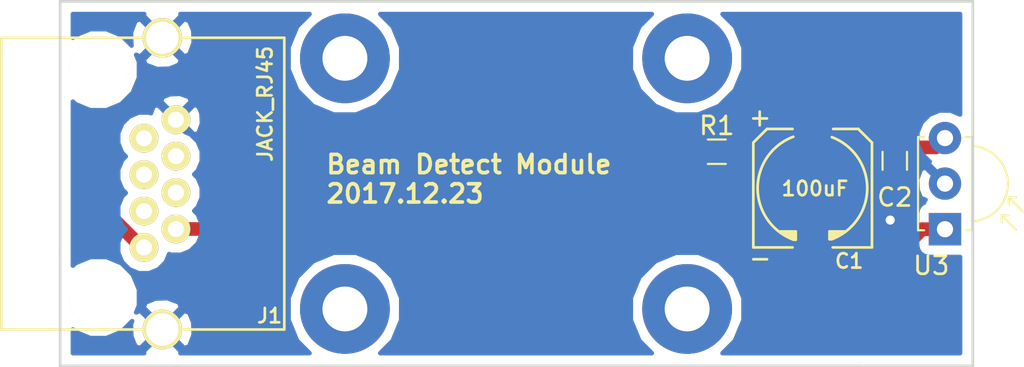
<source format=kicad_pcb>
(kicad_pcb (version 4) (host pcbnew 4.0.5)

  (general
    (links 10)
    (no_connects 0)
    (area 31.983069 34.206 89.500001 57.334)
    (thickness 1.6)
    (drawings 13)
    (tracks 25)
    (zones 0)
    (modules 9)
    (nets 5)
  )

  (page A4)
  (layers
    (0 F.Cu signal)
    (31 B.Cu signal)
    (32 B.Adhes user)
    (33 F.Adhes user)
    (34 B.Paste user)
    (35 F.Paste user)
    (36 B.SilkS user)
    (37 F.SilkS user)
    (38 B.Mask user)
    (39 F.Mask user)
    (40 Dwgs.User user)
    (41 Cmts.User user)
    (42 Eco1.User user)
    (43 Eco2.User user)
    (44 Edge.Cuts user)
    (45 Margin user)
    (46 B.CrtYd user)
    (47 F.CrtYd user)
    (48 B.Fab user)
    (49 F.Fab user)
  )

  (setup
    (last_trace_width 0.254)
    (user_trace_width 0.254)
    (user_trace_width 0.508)
    (user_trace_width 0.762)
    (user_trace_width 1.016)
    (user_trace_width 1.524)
    (trace_clearance 0.254)
    (zone_clearance 0.508)
    (zone_45_only yes)
    (trace_min 0.2)
    (segment_width 0.2)
    (edge_width 0.15)
    (via_size 0.6604)
    (via_drill 0.3556)
    (via_min_size 0.4)
    (via_min_drill 0.3)
    (user_via 1.016 0.508)
    (uvia_size 0.6604)
    (uvia_drill 0.3556)
    (uvias_allowed no)
    (uvia_min_size 0.2)
    (uvia_min_drill 0.1)
    (pcb_text_width 0.3)
    (pcb_text_size 1.5 1.5)
    (mod_edge_width 0.15)
    (mod_text_size 1 1)
    (mod_text_width 0.15)
    (pad_size 1.524 1.524)
    (pad_drill 0.762)
    (pad_to_mask_clearance 0.2)
    (aux_axis_origin 10.16 10.16)
    (grid_origin 10.16 10.16)
    (visible_elements 7FFFFF7F)
    (pcbplotparams
      (layerselection 0x00030_80000001)
      (usegerberextensions false)
      (excludeedgelayer true)
      (linewidth 0.150000)
      (plotframeref false)
      (viasonmask false)
      (mode 1)
      (useauxorigin false)
      (hpglpennumber 1)
      (hpglpenspeed 20)
      (hpglpendiameter 15)
      (hpglpenoverlay 2)
      (psnegative false)
      (psa4output false)
      (plotreference true)
      (plotvalue true)
      (plotinvisibletext false)
      (padsonsilk false)
      (subtractmaskfromsilk false)
      (outputformat 1)
      (mirror false)
      (drillshape 1)
      (scaleselection 1)
      (outputdirectory ""))
  )

  (net 0 "")
  (net 1 GND)
  (net 2 "Net-(J1-Pad2)")
  (net 3 +3V3)
  (net 4 "Net-(C1-Pad1)")

  (net_class Default "This is the default net class."
    (clearance 0.254)
    (trace_width 0.254)
    (via_dia 0.6604)
    (via_drill 0.3556)
    (uvia_dia 0.6604)
    (uvia_drill 0.3556)
    (add_net +3V3)
    (add_net GND)
    (add_net "Net-(C1-Pad1)")
    (add_net "Net-(J1-Pad2)")
  )

  (module Resistors_SMD:R_0603 (layer F.Cu) (tedit 5A22D09D) (tstamp 59FF8125)
    (at 82.042 44.45 270)
    (descr "Resistor SMD 0603, reflow soldering, Vishay (see dcrcw.pdf)")
    (tags "resistor 0603")
    (path /59FD6427)
    (attr smd)
    (fp_text reference C2 (at 2.032 0 360) (layer F.SilkS)
      (effects (font (size 1 1) (thickness 0.15)))
    )
    (fp_text value 0.1uF (at 0 1.5 270) (layer F.Fab) hide
      (effects (font (size 1 1) (thickness 0.15)))
    )
    (fp_text user %R (at 0 0 270) (layer F.Fab)
      (effects (font (size 0.4 0.4) (thickness 0.075)))
    )
    (fp_line (start -0.8 0.4) (end -0.8 -0.4) (layer F.Fab) (width 0.1))
    (fp_line (start 0.8 0.4) (end -0.8 0.4) (layer F.Fab) (width 0.1))
    (fp_line (start 0.8 -0.4) (end 0.8 0.4) (layer F.Fab) (width 0.1))
    (fp_line (start -0.8 -0.4) (end 0.8 -0.4) (layer F.Fab) (width 0.1))
    (fp_line (start 0.5 0.68) (end -0.5 0.68) (layer F.SilkS) (width 0.12))
    (fp_line (start -0.5 -0.68) (end 0.5 -0.68) (layer F.SilkS) (width 0.12))
    (fp_line (start -1.25 -0.7) (end 1.25 -0.7) (layer F.CrtYd) (width 0.05))
    (fp_line (start -1.25 -0.7) (end -1.25 0.7) (layer F.CrtYd) (width 0.05))
    (fp_line (start 1.25 0.7) (end 1.25 -0.7) (layer F.CrtYd) (width 0.05))
    (fp_line (start 1.25 0.7) (end -1.25 0.7) (layer F.CrtYd) (width 0.05))
    (pad 1 smd rect (at -0.75 0 270) (size 0.5 0.9) (layers F.Cu F.Paste F.Mask)
      (net 4 "Net-(C1-Pad1)"))
    (pad 2 smd rect (at 0.75 0 270) (size 0.5 0.9) (layers F.Cu F.Paste F.Mask)
      (net 1 GND))
    (model ${KISYS3DMOD}/Resistors_SMD.3dshapes/R_0603.wrl
      (at (xyz 0 0 0))
      (scale (xyz 1 1 1))
      (rotate (xyz 0 0 0))
    )
  )

  (module CA6:RJ45_pcbwing (layer F.Cu) (tedit 5A454C86) (tstamp 59FF8149)
    (at 40.132 45.72 270)
    (path /59FCD911)
    (fp_text reference J1 (at 7.366 -7.112 360) (layer F.SilkS)
      (effects (font (size 0.8 0.8) (thickness 0.15)))
    )
    (fp_text value JACK_RJ45 (at -4.445 -6.858 270) (layer F.SilkS)
      (effects (font (size 0.8 0.8) (thickness 0.15)))
    )
    (fp_line (start -8.13 7.82) (end -8.13 -7.93) (layer F.SilkS) (width 0.14986))
    (fp_line (start -8.13 -7.93) (end 8.13 -7.93) (layer F.SilkS) (width 0.14986))
    (fp_line (start 8.13 -7.93) (end 8.13 7.82) (layer F.SilkS) (width 0.14986))
    (fp_line (start 8.13 7.82) (end -8.13 7.82) (layer F.SilkS) (width 0.14986))
    (pad 8 thru_hole circle (at -8.13 -1.14 270) (size 2.2 2.2) (drill 1.8) (layers *.Cu *.Mask F.SilkS)
      (net 1 GND))
    (pad 8 thru_hole circle (at 8.13 -1.14 270) (size 2.2 2.2) (drill 1.8) (layers *.Cu *.Mask F.SilkS)
      (net 1 GND))
    (pad "" np_thru_hole circle (at -6.35 2.42 270) (size 3.25 3.25) (drill 3.25) (layers *.Cu *.Mask F.SilkS))
    (pad "" np_thru_hole circle (at 6.35 2.42 270) (size 3.25 3.25) (drill 3.25) (layers *.Cu *.Mask F.SilkS))
    (pad 5 thru_hole circle (at -0.5 -0.12 270) (size 1.6 1.6) (drill 0.89) (layers *.Cu *.Mask F.SilkS))
    (pad 3 thru_hole circle (at 1.53 -0.12 270) (size 1.6 1.6) (drill 0.89) (layers *.Cu *.Mask F.SilkS))
    (pad 6 thru_hole circle (at -1.53 -1.9 270) (size 1.6 1.6) (drill 0.89) (layers *.Cu *.Mask F.SilkS))
    (pad 4 thru_hole circle (at 0.5 -1.9 270) (size 1.6 1.6) (drill 0.89) (layers *.Cu *.Mask F.SilkS))
    (pad 8 thru_hole circle (at -3.56 -1.9 270) (size 1.6 1.6) (drill 0.89) (layers *.Cu *.Mask F.SilkS)
      (net 1 GND))
    (pad 7 thru_hole circle (at -2.53 -0.12 270) (size 1.6 1.6) (drill 0.89) (layers *.Cu *.Mask F.SilkS))
    (pad 2 thru_hole circle (at 2.53 -1.9 270) (size 1.6 1.6) (drill 0.89) (layers *.Cu *.Mask F.SilkS)
      (net 2 "Net-(J1-Pad2)"))
    (pad 1 thru_hole circle (at 3.56 -0.12 270) (size 1.6 1.6) (drill 0.89) (layers *.Cu *.Mask F.SilkS)
      (net 3 +3V3))
  )

  (module Opto-Devices:IRReceiver_Vishay_MINICAST-3pin (layer F.Cu) (tedit 5A22D099) (tstamp 59FF81AC)
    (at 84.836 48.26 90)
    (descr "IR Receiver Vishay TSOP-xxxx, MINICAST package")
    (tags "IR Receiver Vishay TSOP-xxxx MINICAST")
    (path /59CD457D)
    (fp_text reference U3 (at -2.032 -0.762 360) (layer F.SilkS)
      (effects (font (size 1 1) (thickness 0.15)))
    )
    (fp_text value TSOP585xx (at 2.55 -2.4 90) (layer F.Fab) hide
      (effects (font (size 1 1) (thickness 0.15)))
    )
    (fp_text user %R (at 2.54 0 90) (layer F.Fab)
      (effects (font (size 1 1) (thickness 0.15)))
    )
    (fp_line (start 5.14 -1.16) (end 5.14 -1.5) (layer F.SilkS) (width 0.12))
    (fp_line (start 5.14 -1.5) (end -0.06 -1.5) (layer F.SilkS) (width 0.12))
    (fp_line (start -0.06 -1.5) (end -0.06 -1.16) (layer F.SilkS) (width 0.12))
    (fp_line (start 5.14 1.16) (end 5.14 1.5) (layer F.SilkS) (width 0.12))
    (fp_line (start 5.14 1.5) (end -0.06 1.5) (layer F.SilkS) (width 0.12))
    (fp_line (start -0.06 1.5) (end -0.06 1.16) (layer F.SilkS) (width 0.12))
    (fp_line (start 0.04 -1.4) (end 5.04 -1.4) (layer F.Fab) (width 0.1))
    (fp_line (start 5.04 -1.4) (end 5.04 1.4) (layer F.Fab) (width 0.1))
    (fp_line (start 5.04 1.4) (end 0.04 1.4) (layer F.Fab) (width 0.1))
    (fp_line (start 0.04 1.4) (end 0.04 -1.4) (layer F.Fab) (width 0.1))
    (fp_line (start 0.77 3.15) (end 0.37 3.15) (layer F.SilkS) (width 0.12))
    (fp_line (start 0.77 3.15) (end 0.77 3.55) (layer F.SilkS) (width 0.12))
    (fp_line (start 0.77 3.15) (end -0.03 3.95) (layer F.SilkS) (width 0.12))
    (fp_line (start 1.77 3.55) (end 0.97 4.35) (layer F.SilkS) (width 0.12))
    (fp_line (start 1.77 3.55) (end 1.77 3.95) (layer F.SilkS) (width 0.12))
    (fp_line (start 1.77 3.55) (end 1.37 3.55) (layer F.SilkS) (width 0.12))
    (fp_line (start -1.15 -1.65) (end 6.23 -1.65) (layer F.CrtYd) (width 0.05))
    (fp_line (start -1.15 -1.65) (end -1.15 3.7) (layer F.CrtYd) (width 0.05))
    (fp_line (start 6.23 3.7) (end 6.23 -1.65) (layer F.CrtYd) (width 0.05))
    (fp_line (start 6.23 3.7) (end -1.15 3.7) (layer F.CrtYd) (width 0.05))
    (fp_arc (start 2.54 1.4) (end 4.64 1.5) (angle 174.5) (layer F.SilkS) (width 0.12))
    (fp_arc (start 2.54 1.4) (end 4.54 1.4) (angle 180) (layer F.Fab) (width 0.1))
    (pad 1 thru_hole rect (at 0 0 90) (size 1.8 1.8) (drill 0.9) (layers *.Cu *.Mask)
      (net 2 "Net-(J1-Pad2)"))
    (pad 2 thru_hole circle (at 2.54 0 90) (size 1.8 1.8) (drill 0.9) (layers *.Cu *.Mask)
      (net 1 GND))
    (pad 3 thru_hole circle (at 5.08 0 90) (size 1.8 1.8) (drill 0.9) (layers *.Cu *.Mask)
      (net 4 "Net-(C1-Pad1)"))
    (model ${KISYS3DMOD}/Opto-Devices.3dshapes/IRReceiver_Vishay_MINICAST-3pin.wrl
      (at (xyz 0 0 0))
      (scale (xyz 1 1 1))
      (rotate (xyz 0 0 0))
    )
  )

  (module CA6:c_elec_6.3x5.7 (layer F.Cu) (tedit 5A22D0BE) (tstamp 5A22CF50)
    (at 77.47 45.974 90)
    (descr "SMT capacitor, aluminium electrolytic, 6.3x5.7")
    (path /5A21DD7D)
    (fp_text reference C1 (at -4.064 2.032 180) (layer F.SilkS)
      (effects (font (size 0.8 0.8) (thickness 0.15)))
    )
    (fp_text value 100uF (at -0.0254 0.127 180) (layer F.SilkS)
      (effects (font (size 0.8 0.8) (thickness 0.15)))
    )
    (fp_line (start -2.8702 -1.0668) (end -2.8702 -0.9398) (layer F.SilkS) (width 0.14986))
    (fp_line (start -2.8448 0.9398) (end -2.8448 1.0414) (layer F.SilkS) (width 0.14986))
    (fp_arc (start 0 0) (end 2.8448 1.0668) (angle 139) (layer F.SilkS) (width 0.14986))
    (fp_arc (start 0 0) (end -2.8702 -1.0668) (angle 139) (layer F.SilkS) (width 0.14986))
    (fp_line (start -2.794 1.1684) (end -2.794 0.9398) (layer F.SilkS) (width 0.14986))
    (fp_line (start -2.667 1.4224) (end -2.667 0.9398) (layer F.SilkS) (width 0.14986))
    (fp_line (start -2.54 1.6256) (end -2.54 0.9398) (layer F.SilkS) (width 0.14986))
    (fp_line (start -2.413 1.8034) (end -2.413 0.9398) (layer F.SilkS) (width 0.14986))
    (fp_line (start -2.413 0.9398) (end -2.8448 0.9398) (layer F.SilkS) (width 0.14986))
    (fp_line (start -2.413 -0.9398) (end -2.8702 -0.9398) (layer F.SilkS) (width 0.14986))
    (fp_line (start -2.794 -1.2192) (end -2.794 -0.9398) (layer F.SilkS) (width 0.14986))
    (fp_line (start -2.667 -1.4732) (end -2.667 -0.9398) (layer F.SilkS) (width 0.14986))
    (fp_line (start -2.54 -1.6764) (end -2.54 -0.9398) (layer F.SilkS) (width 0.14986))
    (fp_line (start -2.413 -1.8542) (end -2.413 -0.9398) (layer F.SilkS) (width 0.14986))
    (fp_line (start -3.302 -3.302) (end -3.302 -1.1176) (layer F.SilkS) (width 0.14986))
    (fp_line (start -3.302 3.302) (end -3.302 1.1176) (layer F.SilkS) (width 0.14986))
    (fp_line (start 3.302 -2.54) (end 3.302 -1.1176) (layer F.SilkS) (width 0.14986))
    (fp_line (start 3.302 1.143) (end 3.302 2.54) (layer F.SilkS) (width 0.14986))
    (fp_line (start -3.9624 -3.302) (end -3.9624 -2.54) (layer F.SilkS) (width 0.14986))
    (fp_line (start -3.302 3.302) (end 2.54 3.302) (layer F.SilkS) (width 0.14986))
    (fp_line (start 2.54 3.302) (end 3.302 2.54) (layer F.SilkS) (width 0.14986))
    (fp_line (start 3.302 -2.54) (end 2.54 -3.302) (layer F.SilkS) (width 0.14986))
    (fp_line (start 2.54 -3.302) (end -3.302 -3.302) (layer F.SilkS) (width 0.14986))
    (fp_line (start 4.2672 -2.9464) (end 3.5052 -2.9464) (layer F.SilkS) (width 0.14986))
    (fp_line (start 3.8862 -3.302) (end 3.8862 -2.54) (layer F.SilkS) (width 0.14986))
    (pad 1 smd rect (at 2.7508 0 90) (size 3.5992 1.6002) (layers F.Cu F.Paste F.Mask)
      (net 4 "Net-(C1-Pad1)"))
    (pad 2 smd rect (at -2.7508 0 90) (size 3.5992 1.6002) (layers F.Cu F.Paste F.Mask)
      (net 1 GND))
  )

  (module Resistors_SMD:R_0603 (layer F.Cu) (tedit 5A454C7B) (tstamp 5A22CF6E)
    (at 72.136 43.942)
    (descr "Resistor SMD 0603, reflow soldering, Vishay (see dcrcw.pdf)")
    (tags "resistor 0603")
    (path /5A21DC3C)
    (attr smd)
    (fp_text reference R1 (at 0 -1.45) (layer F.SilkS)
      (effects (font (size 1 1) (thickness 0.15)))
    )
    (fp_text value 100R (at 0 1.5) (layer F.Fab) hide
      (effects (font (size 1 1) (thickness 0.15)))
    )
    (fp_text user %R (at 0 0) (layer F.Fab)
      (effects (font (size 0.4 0.4) (thickness 0.075)))
    )
    (fp_line (start -0.8 0.4) (end -0.8 -0.4) (layer F.Fab) (width 0.1))
    (fp_line (start 0.8 0.4) (end -0.8 0.4) (layer F.Fab) (width 0.1))
    (fp_line (start 0.8 -0.4) (end 0.8 0.4) (layer F.Fab) (width 0.1))
    (fp_line (start -0.8 -0.4) (end 0.8 -0.4) (layer F.Fab) (width 0.1))
    (fp_line (start 0.5 0.68) (end -0.5 0.68) (layer F.SilkS) (width 0.12))
    (fp_line (start -0.5 -0.68) (end 0.5 -0.68) (layer F.SilkS) (width 0.12))
    (fp_line (start -1.25 -0.7) (end 1.25 -0.7) (layer F.CrtYd) (width 0.05))
    (fp_line (start -1.25 -0.7) (end -1.25 0.7) (layer F.CrtYd) (width 0.05))
    (fp_line (start 1.25 0.7) (end 1.25 -0.7) (layer F.CrtYd) (width 0.05))
    (fp_line (start 1.25 0.7) (end -1.25 0.7) (layer F.CrtYd) (width 0.05))
    (pad 1 smd rect (at -0.75 0) (size 0.5 0.9) (layers F.Cu F.Paste F.Mask)
      (net 3 +3V3))
    (pad 2 smd rect (at 0.75 0) (size 0.5 0.9) (layers F.Cu F.Paste F.Mask)
      (net 4 "Net-(C1-Pad1)"))
    (model ${KISYS3DMOD}/Resistors_SMD.3dshapes/R_0603.wrl
      (at (xyz 0 0 0))
      (scale (xyz 1 1 1))
      (rotate (xyz 0 0 0))
    )
  )

  (module Mounting_Holes:MountingHole_2.5mm_Pad (layer F.Cu) (tedit 5A22CF45) (tstamp 5A22CF85)
    (at 51.435 38.735)
    (descr "Mounting Hole 2.5mm")
    (tags "mounting hole 2.5mm")
    (path /5A22D009)
    (attr virtual)
    (fp_text reference X1 (at 0 -3.5) (layer F.SilkS) hide
      (effects (font (size 1 1) (thickness 0.15)))
    )
    (fp_text value HOLE (at 0 3.5) (layer F.Fab) hide
      (effects (font (size 1 1) (thickness 0.15)))
    )
    (fp_text user %R (at 0.3 0) (layer F.Fab)
      (effects (font (size 1 1) (thickness 0.15)))
    )
    (fp_circle (center 0 0) (end 2.5 0) (layer Cmts.User) (width 0.15))
    (fp_circle (center 0 0) (end 2.75 0) (layer F.CrtYd) (width 0.05))
    (pad 1 thru_hole circle (at 0 0) (size 5 5) (drill 2.5) (layers *.Cu *.Mask))
  )

  (module Mounting_Holes:MountingHole_2.5mm_Pad (layer F.Cu) (tedit 5A22CF39) (tstamp 5A22CF8D)
    (at 51.435 52.705)
    (descr "Mounting Hole 2.5mm")
    (tags "mounting hole 2.5mm")
    (path /5A22D141)
    (attr virtual)
    (fp_text reference X2 (at 0 -3.5) (layer F.SilkS) hide
      (effects (font (size 1 1) (thickness 0.15)))
    )
    (fp_text value HOLE (at 0 3.5) (layer F.Fab) hide
      (effects (font (size 1 1) (thickness 0.15)))
    )
    (fp_text user %R (at 0.3 0) (layer F.Fab)
      (effects (font (size 1 1) (thickness 0.15)))
    )
    (fp_circle (center 0 0) (end 2.5 0) (layer Cmts.User) (width 0.15))
    (fp_circle (center 0 0) (end 2.75 0) (layer F.CrtYd) (width 0.05))
    (pad 1 thru_hole circle (at 0 0) (size 5 5) (drill 2.5) (layers *.Cu *.Mask))
  )

  (module Mounting_Holes:MountingHole_2.5mm_Pad (layer F.Cu) (tedit 5A22CF3F) (tstamp 5A22CF95)
    (at 70.485 38.735)
    (descr "Mounting Hole 2.5mm")
    (tags "mounting hole 2.5mm")
    (path /5A22D16C)
    (attr virtual)
    (fp_text reference X3 (at 0 -3.5) (layer F.SilkS) hide
      (effects (font (size 1 1) (thickness 0.15)))
    )
    (fp_text value HOLE (at 0 3.5) (layer F.Fab) hide
      (effects (font (size 1 1) (thickness 0.15)))
    )
    (fp_text user %R (at 0.3 0) (layer F.Fab)
      (effects (font (size 1 1) (thickness 0.15)))
    )
    (fp_circle (center 0 0) (end 2.5 0) (layer Cmts.User) (width 0.15))
    (fp_circle (center 0 0) (end 2.75 0) (layer F.CrtYd) (width 0.05))
    (pad 1 thru_hole circle (at 0 0) (size 5 5) (drill 2.5) (layers *.Cu *.Mask))
  )

  (module Mounting_Holes:MountingHole_2.5mm_Pad (layer F.Cu) (tedit 5A22CF41) (tstamp 5A22CF9D)
    (at 70.485 52.705)
    (descr "Mounting Hole 2.5mm")
    (tags "mounting hole 2.5mm")
    (path /5A22D1A0)
    (attr virtual)
    (fp_text reference X4 (at 0 -3.5) (layer F.SilkS) hide
      (effects (font (size 1 1) (thickness 0.15)))
    )
    (fp_text value HOLE (at 0 3.5) (layer F.Fab) hide
      (effects (font (size 1 1) (thickness 0.15)))
    )
    (fp_text user %R (at 0.3 0) (layer F.Fab)
      (effects (font (size 1 1) (thickness 0.15)))
    )
    (fp_circle (center 0 0) (end 2.5 0) (layer Cmts.User) (width 0.15))
    (fp_circle (center 0 0) (end 2.75 0) (layer F.CrtYd) (width 0.05))
    (pad 1 thru_hole circle (at 0 0) (size 5 5) (drill 2.5) (layers *.Cu *.Mask))
  )

  (gr_line (start 86.3854 35.56) (end 86.3854 41.91) (angle 90) (layer Edge.Cuts) (width 0.15))
  (gr_line (start 80.0354 35.56) (end 86.3854 35.56) (angle 90) (layer Edge.Cuts) (width 0.15))
  (gr_line (start 86.3854 55.88) (end 80.0354 55.88) (angle 90) (layer Edge.Cuts) (width 0.15))
  (gr_line (start 86.3854 49.53) (end 86.3854 55.88) (angle 90) (layer Edge.Cuts) (width 0.15))
  (gr_line (start 35.5854 35.56) (end 35.5854 41.91) (angle 90) (layer Edge.Cuts) (width 0.15))
  (gr_line (start 41.9354 35.56) (end 35.5854 35.56) (angle 90) (layer Edge.Cuts) (width 0.15))
  (gr_line (start 35.5854 55.88) (end 35.5854 49.276) (angle 90) (layer Edge.Cuts) (width 0.15))
  (gr_line (start 42.1894 55.88) (end 35.5854 55.88) (angle 90) (layer Edge.Cuts) (width 0.15))
  (gr_line (start 35.5854 41.91) (end 35.5854 49.53) (angle 90) (layer Edge.Cuts) (width 0.15))
  (gr_line (start 86.3854 41.91) (end 86.3854 49.53) (angle 90) (layer Edge.Cuts) (width 0.15))
  (gr_text "Beam Detect Module\n2017.12.23" (at 50.292 45.466) (layer F.SilkS)
    (effects (font (size 1.016 1.016) (thickness 0.2032)) (justify left))
  )
  (gr_line (start 80.0354 55.88) (end 41.9354 55.88) (angle 90) (layer Edge.Cuts) (width 0.15))
  (gr_line (start 41.9354 35.56) (end 80.0354 35.56) (angle 90) (layer Edge.Cuts) (width 0.15))

  (segment (start 77.47 48.7248) (end 80.8152 48.7248) (width 0.762) (layer F.Cu) (net 1))
  (segment (start 82.042 47.498) (end 81.788 47.752) (width 0.762) (layer F.Cu) (net 1) (tstamp 5A22D1E0))
  (via (at 81.788 47.752) (size 1.016) (drill 0.508) (layers F.Cu B.Cu) (net 1))
  (segment (start 82.042 47.498) (end 82.042 45.2) (width 0.762) (layer F.Cu) (net 1))
  (segment (start 80.8152 48.7248) (end 81.788 47.752) (width 0.762) (layer F.Cu) (net 1) (tstamp 5A22D1E9))
  (segment (start 42.032 48.25) (end 71.872 48.25) (width 0.762) (layer F.Cu) (net 2))
  (segment (start 83.566 48.26) (end 84.836 48.26) (width 0.762) (layer F.Cu) (net 2) (tstamp 5A244325))
  (segment (start 80.01 51.816) (end 83.566 48.26) (width 0.762) (layer F.Cu) (net 2) (tstamp 5A244323))
  (segment (start 75.438 51.816) (end 80.01 51.816) (width 0.762) (layer F.Cu) (net 2) (tstamp 5A244321))
  (segment (start 71.872 48.25) (end 75.438 51.816) (width 0.762) (layer F.Cu) (net 2) (tstamp 5A24431A))
  (segment (start 84.836 48.26) (end 84.582 48.26) (width 0.508) (layer F.Cu) (net 2))
  (segment (start 40.252 49.28) (end 40.136 49.28) (width 0.762) (layer F.Cu) (net 3))
  (segment (start 40.136 49.28) (end 37.846 46.99) (width 0.762) (layer F.Cu) (net 3) (tstamp 5A24430B))
  (segment (start 46.99 43.942) (end 71.386 43.942) (width 0.762) (layer F.Cu) (net 3) (tstamp 5A244314))
  (segment (start 43.434 40.386) (end 46.99 43.942) (width 0.762) (layer F.Cu) (net 3) (tstamp 5A244310))
  (segment (start 40.386 40.386) (end 43.434 40.386) (width 0.762) (layer F.Cu) (net 3) (tstamp 5A24430E))
  (segment (start 37.846 42.926) (end 40.386 40.386) (width 0.762) (layer F.Cu) (net 3) (tstamp 5A24430D))
  (segment (start 37.846 46.99) (end 37.846 42.926) (width 0.762) (layer F.Cu) (net 3) (tstamp 5A24430C))
  (segment (start 40.252 49.28) (end 40.644 49.28) (width 0.762) (layer F.Cu) (net 3))
  (segment (start 82.042 43.7) (end 84.316 43.7) (width 0.762) (layer F.Cu) (net 4))
  (segment (start 84.316 43.7) (end 84.836 43.18) (width 0.762) (layer F.Cu) (net 4) (tstamp 5A22D1CD))
  (segment (start 77.47 43.2232) (end 81.5652 43.2232) (width 0.762) (layer F.Cu) (net 4))
  (segment (start 81.5652 43.2232) (end 82.042 43.7) (width 0.762) (layer F.Cu) (net 4) (tstamp 5A22D1CA))
  (segment (start 72.886 43.942) (end 76.7512 43.942) (width 0.762) (layer F.Cu) (net 4))
  (segment (start 76.7512 43.942) (end 77.47 43.2232) (width 0.762) (layer F.Cu) (net 4) (tstamp 5A22D1C7))

  (zone (net 1) (net_name GND) (layer B.Cu) (tstamp 59E209FC) (hatch edge 0.508)
    (connect_pads (clearance 0.508))
    (min_thickness 0.254)
    (fill yes (arc_segments 16) (thermal_gap 0.508) (thermal_bridge_width 0.508))
    (polygon
      (pts
        (xy 86.3854 55.88) (xy 35.5854 55.88) (xy 35.5854 35.56) (xy 86.3854 35.56)
      )
    )
    (filled_polygon
      (pts
        (xy 40.226737 36.365132) (xy 41.272 37.410395) (xy 42.317263 36.365132) (xy 42.279206 36.27) (xy 49.466873 36.27)
        (xy 48.778826 36.956847) (xy 48.300546 38.108674) (xy 48.299457 39.355854) (xy 48.775727 40.508515) (xy 49.656847 41.391174)
        (xy 50.808674 41.869454) (xy 52.055854 41.870543) (xy 53.208515 41.394273) (xy 54.091174 40.513153) (xy 54.569454 39.361326)
        (xy 54.570543 38.114146) (xy 54.094273 36.961485) (xy 53.403994 36.27) (xy 68.516873 36.27) (xy 67.828826 36.956847)
        (xy 67.350546 38.108674) (xy 67.349457 39.355854) (xy 67.825727 40.508515) (xy 68.706847 41.391174) (xy 69.858674 41.869454)
        (xy 71.105854 41.870543) (xy 72.258515 41.394273) (xy 73.141174 40.513153) (xy 73.619454 39.361326) (xy 73.620543 38.114146)
        (xy 73.144273 36.961485) (xy 72.453994 36.27) (xy 85.6754 36.27) (xy 85.6754 41.866476) (xy 85.14267 41.645267)
        (xy 84.532009 41.644735) (xy 83.967629 41.877932) (xy 83.535449 42.309357) (xy 83.301267 42.87333) (xy 83.300735 43.483991)
        (xy 83.533932 44.048371) (xy 83.965357 44.480551) (xy 83.986194 44.489203) (xy 83.935446 44.639841) (xy 84.836 45.540395)
        (xy 84.850143 45.526253) (xy 85.029748 45.705858) (xy 85.015605 45.72) (xy 85.029748 45.734143) (xy 84.850143 45.913748)
        (xy 84.836 45.899605) (xy 84.821858 45.913748) (xy 84.642253 45.734143) (xy 84.656395 45.72) (xy 83.755841 44.819446)
        (xy 83.499357 44.905852) (xy 83.289542 45.479336) (xy 83.315161 46.08946) (xy 83.499357 46.534148) (xy 83.755839 46.620553)
        (xy 83.641282 46.73511) (xy 83.67776 46.771588) (xy 83.484559 46.89591) (xy 83.339569 47.10811) (xy 83.28856 47.36)
        (xy 83.28856 49.16) (xy 83.332838 49.395317) (xy 83.47191 49.611441) (xy 83.68411 49.756431) (xy 83.936 49.80744)
        (xy 85.6754 49.80744) (xy 85.6754 55.17) (xy 72.453127 55.17) (xy 73.141174 54.483153) (xy 73.619454 53.331326)
        (xy 73.620543 52.084146) (xy 73.144273 50.931485) (xy 72.263153 50.048826) (xy 71.111326 49.570546) (xy 69.864146 49.569457)
        (xy 68.711485 50.045727) (xy 67.828826 50.926847) (xy 67.350546 52.078674) (xy 67.349457 53.325854) (xy 67.825727 54.478515)
        (xy 68.516006 55.17) (xy 53.403127 55.17) (xy 54.091174 54.483153) (xy 54.569454 53.331326) (xy 54.570543 52.084146)
        (xy 54.094273 50.931485) (xy 53.213153 50.048826) (xy 52.061326 49.570546) (xy 50.814146 49.569457) (xy 49.661485 50.045727)
        (xy 48.778826 50.926847) (xy 48.300546 52.078674) (xy 48.299457 53.325854) (xy 48.775727 54.478515) (xy 49.466006 55.17)
        (xy 42.279206 55.17) (xy 42.317263 55.074868) (xy 41.272 54.029605) (xy 40.226737 55.074868) (xy 40.264794 55.17)
        (xy 36.2954 55.17) (xy 36.2954 53.849842) (xy 36.430141 53.984818) (xy 37.260486 54.329607) (xy 38.15957 54.330391)
        (xy 38.990515 53.987052) (xy 39.5929 53.385717) (xy 39.526677 53.561593) (xy 39.549164 54.251453) (xy 39.769901 54.784359)
        (xy 40.047132 54.895263) (xy 41.092395 53.85) (xy 41.451605 53.85) (xy 42.496868 54.895263) (xy 42.774099 54.784359)
        (xy 43.017323 54.138407) (xy 42.994836 53.448547) (xy 42.774099 52.915641) (xy 42.496868 52.804737) (xy 41.451605 53.85)
        (xy 41.092395 53.85) (xy 40.047132 52.804737) (xy 39.815531 52.897387) (xy 39.928581 52.625132) (xy 40.226737 52.625132)
        (xy 41.272 53.670395) (xy 42.317263 52.625132) (xy 42.206359 52.347901) (xy 41.560407 52.104677) (xy 40.870547 52.127164)
        (xy 40.337641 52.347901) (xy 40.226737 52.625132) (xy 39.928581 52.625132) (xy 39.971607 52.521514) (xy 39.972391 51.62243)
        (xy 39.629052 50.791485) (xy 38.993859 50.155182) (xy 38.163514 49.810393) (xy 37.26443 49.809609) (xy 36.433485 50.152948)
        (xy 36.2954 50.290792) (xy 36.2954 43.474187) (xy 38.816752 43.474187) (xy 39.034757 44.0018) (xy 39.237603 44.205001)
        (xy 39.036176 44.406077) (xy 38.81725 44.933309) (xy 38.816752 45.504187) (xy 39.034757 46.0318) (xy 39.237603 46.235001)
        (xy 39.036176 46.436077) (xy 38.81725 46.963309) (xy 38.816752 47.534187) (xy 39.034757 48.0618) (xy 39.237603 48.265001)
        (xy 39.036176 48.466077) (xy 38.81725 48.993309) (xy 38.816752 49.564187) (xy 39.034757 50.0918) (xy 39.438077 50.495824)
        (xy 39.965309 50.71475) (xy 40.536187 50.715248) (xy 41.0638 50.497243) (xy 41.467824 50.093923) (xy 41.653549 49.646648)
        (xy 41.745309 49.68475) (xy 42.316187 49.685248) (xy 42.8438 49.467243) (xy 43.247824 49.063923) (xy 43.46675 48.536691)
        (xy 43.467248 47.965813) (xy 43.249243 47.4382) (xy 43.046397 47.234999) (xy 43.247824 47.033923) (xy 43.46675 46.506691)
        (xy 43.467248 45.935813) (xy 43.249243 45.4082) (xy 43.046397 45.204999) (xy 43.247824 45.003923) (xy 43.46675 44.476691)
        (xy 43.467248 43.905813) (xy 43.249243 43.3782) (xy 42.845923 42.974176) (xy 42.539213 42.846819) (xy 42.032 42.339605)
        (xy 42.017858 42.353748) (xy 41.838253 42.174143) (xy 41.852395 42.16) (xy 42.211605 42.16) (xy 43.039745 42.988139)
        (xy 43.285864 42.914005) (xy 43.478965 42.376777) (xy 43.451778 41.806546) (xy 43.285864 41.405995) (xy 43.039745 41.331861)
        (xy 42.211605 42.16) (xy 41.852395 42.16) (xy 41.024255 41.331861) (xy 40.778136 41.405995) (xy 40.637807 41.796406)
        (xy 40.538691 41.75525) (xy 39.967813 41.754752) (xy 39.4402 41.972757) (xy 39.036176 42.376077) (xy 38.81725 42.903309)
        (xy 38.816752 43.474187) (xy 36.2954 43.474187) (xy 36.2954 41.149842) (xy 36.430141 41.284818) (xy 37.260486 41.629607)
        (xy 38.15957 41.630391) (xy 38.990515 41.287052) (xy 39.125547 41.152255) (xy 41.203861 41.152255) (xy 42.032 41.980395)
        (xy 42.860139 41.152255) (xy 42.786005 40.906136) (xy 42.248777 40.713035) (xy 41.678546 40.740222) (xy 41.277995 40.906136)
        (xy 41.203861 41.152255) (xy 39.125547 41.152255) (xy 39.626818 40.651859) (xy 39.971607 39.821514) (xy 39.972391 38.92243)
        (xy 39.927948 38.814868) (xy 40.226737 38.814868) (xy 40.337641 39.092099) (xy 40.983593 39.335323) (xy 41.673453 39.312836)
        (xy 42.206359 39.092099) (xy 42.317263 38.814868) (xy 41.272 37.769605) (xy 40.226737 38.814868) (xy 39.927948 38.814868)
        (xy 39.815439 38.542576) (xy 40.047132 38.635263) (xy 41.092395 37.59) (xy 41.451605 37.59) (xy 42.496868 38.635263)
        (xy 42.774099 38.524359) (xy 43.017323 37.878407) (xy 42.994836 37.188547) (xy 42.774099 36.655641) (xy 42.496868 36.544737)
        (xy 41.451605 37.59) (xy 41.092395 37.59) (xy 40.047132 36.544737) (xy 39.769901 36.655641) (xy 39.526677 37.301593)
        (xy 39.549164 37.991453) (xy 39.563327 38.025645) (xy 38.993859 37.455182) (xy 38.163514 37.110393) (xy 37.26443 37.109609)
        (xy 36.433485 37.452948) (xy 36.2954 37.590792) (xy 36.2954 36.27) (xy 40.264794 36.27)
      )
    )
  )
)

</source>
